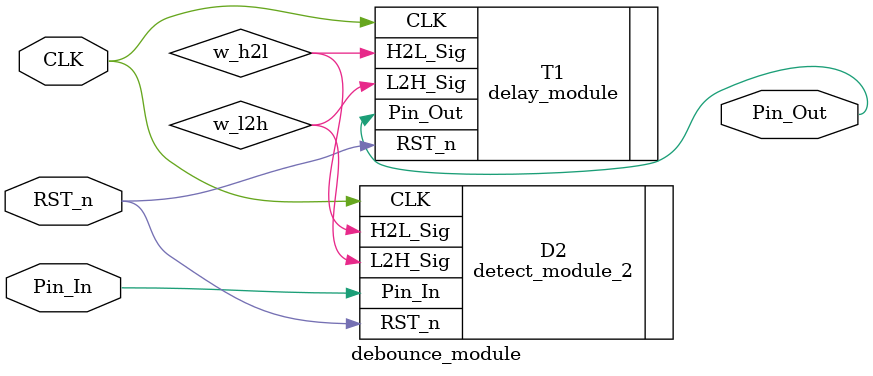
<source format=v>
`timescale 1ns / 1ps
module debounce_module(
    CLK,
    RST_n,
    Pin_In,
    Pin_Out
    );
    
    input CLK;
    input RST_n;
    input Pin_In;
    output Pin_Out;

    wire w_h2l;
    wire w_l2h;
    
    detect_module_2 D2(.CLK(CLK), .RST_n(RST_n), .Pin_In(Pin_In), .H2L_Sig(w_h2l), .L2H_Sig(w_l2h));
    delay_module T1(.CLK(CLK), .RST_n(RST_n), .H2L_Sig(w_h2l), .L2H_Sig(w_l2h), .Pin_Out(Pin_Out));

endmodule

</source>
